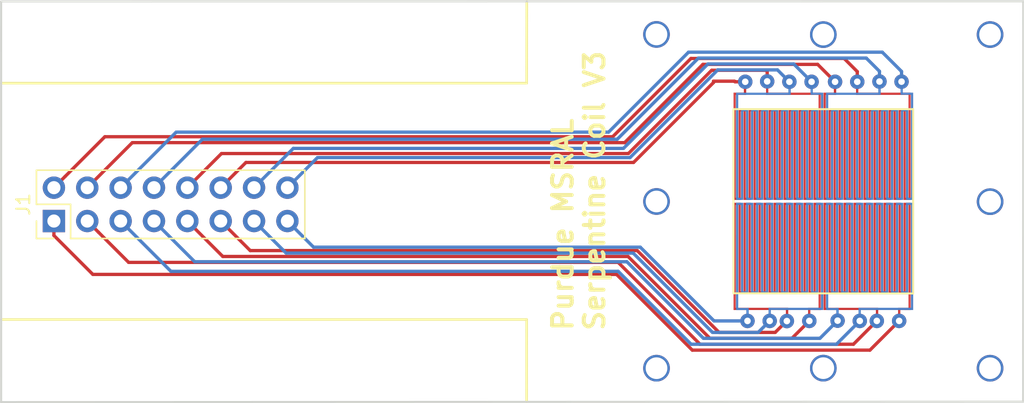
<source format=kicad_pcb>
(kicad_pcb (version 20171130) (host pcbnew "(5.1.4)-1")

  (general
    (thickness 1.6)
    (drawings 13)
    (tracks 100)
    (zones 0)
    (modules 3)
    (nets 17)
  )

  (page A4)
  (layers
    (0 F.Cu signal)
    (31 B.Cu signal)
    (32 B.Adhes user)
    (33 F.Adhes user)
    (34 B.Paste user)
    (35 F.Paste user)
    (36 B.SilkS user)
    (37 F.SilkS user)
    (38 B.Mask user)
    (39 F.Mask user)
    (40 Dwgs.User user)
    (41 Cmts.User user)
    (42 Eco1.User user)
    (43 Eco2.User user)
    (44 Edge.Cuts user)
    (45 Margin user)
    (46 B.CrtYd user)
    (47 F.CrtYd user)
    (48 B.Fab user)
    (49 F.Fab user)
  )

  (setup
    (last_trace_width 0.25)
    (trace_clearance 0.2)
    (zone_clearance 0.508)
    (zone_45_only no)
    (trace_min 0.2)
    (via_size 0.8)
    (via_drill 0.4)
    (via_min_size 0.4)
    (via_min_drill 0.3)
    (uvia_size 0.3)
    (uvia_drill 0.1)
    (uvias_allowed no)
    (uvia_min_size 0.2)
    (uvia_min_drill 0.1)
    (edge_width 0.15)
    (segment_width 0.05)
    (pcb_text_width 0.3)
    (pcb_text_size 1.5 1.5)
    (mod_edge_width 0.15)
    (mod_text_size 1 1)
    (mod_text_width 0.15)
    (pad_size 1.1 1.1)
    (pad_drill 0.5)
    (pad_to_mask_clearance 0.2)
    (aux_axis_origin 0 0)
    (visible_elements 7FFFFFFF)
    (pcbplotparams
      (layerselection 0x010fc_ffffffff)
      (usegerberextensions false)
      (usegerberattributes false)
      (usegerberadvancedattributes false)
      (creategerberjobfile false)
      (excludeedgelayer true)
      (linewidth 0.100000)
      (plotframeref false)
      (viasonmask false)
      (mode 1)
      (useauxorigin false)
      (hpglpennumber 1)
      (hpglpenspeed 20)
      (hpglpendiameter 15.000000)
      (psnegative false)
      (psa4output false)
      (plotreference true)
      (plotvalue true)
      (plotinvisibletext false)
      (padsonsilk false)
      (subtractmaskfromsilk false)
      (outputformat 1)
      (mirror false)
      (drillshape 1)
      (scaleselection 1)
      (outputdirectory ""))
  )

  (net 0 "")
  (net 1 L1_7)
  (net 2 L1_8)
  (net 3 L1_5)
  (net 4 L1_6)
  (net 5 L1_3)
  (net 6 L1_4)
  (net 7 L1_1)
  (net 8 L1_2)
  (net 9 L2_7)
  (net 10 L2_8)
  (net 11 L2_5)
  (net 12 L2_6)
  (net 13 L2_3)
  (net 14 L2_4)
  (net 15 L2_1)
  (net 16 L2_2)

  (net_class Default "This is the default net class."
    (clearance 0.2)
    (trace_width 0.25)
    (via_dia 0.8)
    (via_drill 0.4)
    (uvia_dia 0.3)
    (uvia_drill 0.1)
    (add_net L1_1)
    (add_net L1_2)
    (add_net L1_3)
    (add_net L1_4)
    (add_net L1_5)
    (add_net L1_6)
    (add_net L1_7)
    (add_net L1_8)
    (add_net L2_1)
    (add_net L2_2)
    (add_net L2_3)
    (add_net L2_4)
    (add_net L2_5)
    (add_net L2_6)
    (add_net L2_7)
    (add_net L2_8)
  )

  (module Coil_Footprints:SCoil_L1_9mils_manual (layer F.Cu) (tedit 5BAA34B0) (tstamp 5BA9F992)
    (at 152.4346 87.50568 180)
    (path /5BA117ED)
    (fp_text reference L1 (at -0.11 11.76 180) (layer F.SilkS) hide
      (effects (font (size 1.524 1.524) (thickness 0.3)))
    )
    (fp_text value Coil_9mils (at -0.05 -13.64 180) (layer F.SilkS) hide
      (effects (font (size 1.524 1.524) (thickness 0.3)))
    )
    (fp_poly (pts (xy -6.26745 6.864349) (xy -6.154208 6.865477) (xy -6.040966 6.866604) (xy -6.040966 3.492569)
      (xy -6.040967 0.118533) (xy -5.507566 0.118533) (xy -5.507566 6.866466) (xy -5.278967 6.866466)
      (xy -5.278967 0.118533) (xy -4.745566 0.118533) (xy -4.745566 6.866466) (xy -4.516966 6.866466)
      (xy -4.516966 0.118533) (xy -3.983566 0.118533) (xy -3.983566 6.866466) (xy -3.754966 6.866466)
      (xy -3.754966 0.118533) (xy -3.221567 0.118533) (xy -3.221567 6.866466) (xy -2.992967 6.866466)
      (xy -2.992967 0.118533) (xy -2.459566 0.118533) (xy -2.459566 6.866604) (xy -2.346325 6.865477)
      (xy -2.233083 6.864349) (xy -2.233083 0.118533) (xy -1.699683 0.118533) (xy -1.699683 6.864349)
      (xy -1.586441 6.865477) (xy -1.4732 6.866604) (xy -1.4732 0.118533) (xy -0.9398 0.118533)
      (xy -0.9398 6.866466) (xy -0.7112 6.866466) (xy -0.7112 0.118533) (xy -0.1778 0.118533)
      (xy -0.1778 8.276166) (xy -0.9652 8.276166) (xy -0.9652 8.626789) (xy -0.947653 8.629753)
      (xy -0.918874 8.636658) (xy -0.885881 8.647929) (xy -0.850977 8.662526) (xy -0.816466 8.679413)
      (xy -0.784653 8.697552) (xy -0.759883 8.71435) (xy -0.709542 8.757268) (xy -0.666007 8.804815)
      (xy -0.62944 8.856382) (xy -0.600003 8.911363) (xy -0.577855 8.969147) (xy -0.563159 9.029127)
      (xy -0.556075 9.090695) (xy -0.556764 9.153242) (xy -0.565387 9.21616) (xy -0.582106 9.27884)
      (xy -0.598864 9.3226) (xy -0.62514 9.37325) (xy -0.658693 9.421658) (xy -0.698413 9.466729)
      (xy -0.743189 9.507365) (xy -0.791908 9.542471) (xy -0.84346 9.570951) (xy -0.856592 9.576877)
      (xy -0.916763 9.598266) (xy -0.979184 9.611743) (xy -1.042935 9.617248) (xy -1.107098 9.614721)
      (xy -1.170756 9.604103) (xy -1.191683 9.59876) (xy -1.222552 9.588424) (xy -1.256828 9.574047)
      (xy -1.291624 9.557043) (xy -1.324057 9.538829) (xy -1.351242 9.52082) (xy -1.35255 9.519847)
      (xy -1.401544 9.477954) (xy -1.444619 9.43043) (xy -1.4813 9.37805) (xy -1.51111 9.321584)
      (xy -1.533575 9.261805) (xy -1.547645 9.202848) (xy -1.551917 9.16662) (xy -1.553355 9.125691)
      (xy -1.552077 9.083044) (xy -1.548201 9.041665) (xy -1.541844 9.004537) (xy -1.539448 8.994588)
      (xy -1.519068 8.932758) (xy -1.49151 8.874999) (xy -1.457262 8.821791) (xy -1.416812 8.773613)
      (xy -1.370649 8.730946) (xy -1.319262 8.694267) (xy -1.263139 8.664057) (xy -1.202768 8.640795)
      (xy -1.169458 8.631506) (xy -1.1303 8.621964) (xy -1.1303 8.123766) (xy -0.3302 8.123766)
      (xy -0.3302 0.270933) (xy -0.5588 0.270933) (xy -0.5588 7.018866) (xy -1.0922 7.018866)
      (xy -1.0922 0.270933) (xy -1.320984 0.270933) (xy -1.320704 3.643841) (xy -1.320425 7.016749)
      (xy -1.587312 7.017839) (xy -1.8542 7.018929) (xy -1.8542 0.270933) (xy -2.078566 0.270933)
      (xy -2.078566 7.018929) (xy -2.345454 7.017839) (xy -2.612341 7.016749) (xy -2.611783 0.270933)
      (xy -2.840567 0.270933) (xy -2.840567 7.018866) (xy -3.373967 7.018866) (xy -3.373967 0.270933)
      (xy -3.602567 0.270933) (xy -3.602567 7.018866) (xy -4.135966 7.018866) (xy -4.135966 0.270933)
      (xy -4.364566 0.270933) (xy -4.364566 7.018866) (xy -4.897967 7.018866) (xy -4.897967 0.270933)
      (xy -5.126567 0.270933) (xy -5.126567 7.018866) (xy -5.659966 7.018866) (xy -5.659966 0.270933)
      (xy -5.88875 0.270933) (xy -5.888192 7.016749) (xy -6.155079 7.017839) (xy -6.421967 7.018929)
      (xy -6.421967 3.644931) (xy -6.421966 0.270933) (xy -6.646333 0.270933) (xy -6.646333 8.119867)
      (xy -4.6482 8.118641) (xy -2.650066 8.117416) (xy -2.650066 8.626789) (xy -2.63252 8.629753)
      (xy -2.611595 8.634634) (xy -2.585888 8.642679) (xy -2.558019 8.65294) (xy -2.530608 8.664473)
      (xy -2.512483 8.673105) (xy -2.45774 8.705479) (xy -2.407951 8.744366) (xy -2.363616 8.789079)
      (xy -2.32524 8.838931) (xy -2.293323 8.893233) (xy -2.268368 8.951296) (xy -2.250876 9.012434)
      (xy -2.24597 9.038282) (xy -2.239782 9.10167) (xy -2.241626 9.163912) (xy -2.251091 9.224452)
      (xy -2.267762 9.282733) (xy -2.291226 9.338199) (xy -2.321071 9.390293) (xy -2.356883 9.438461)
      (xy -2.39825 9.482144) (xy -2.444757 9.520788) (xy -2.495992 9.553835) (xy -2.551542 9.580729)
      (xy -2.610994 9.600915) (xy -2.67335 9.613752) (xy -2.688895 9.61535) (xy -2.708869 9.616548)
      (xy -2.730909 9.617304) (xy -2.752648 9.617572) (xy -2.771723 9.61731) (xy -2.785768 9.616472)
      (xy -2.789766 9.615907) (xy -2.796859 9.614654) (xy -2.809703 9.612498) (xy -2.825689 9.609877)
      (xy -2.827867 9.609524) (xy -2.885867 9.595955) (xy -2.942685 9.574468) (xy -2.997288 9.545608)
      (xy -3.048642 9.509924) (xy -3.095715 9.467962) (xy -3.096113 9.46756) (xy -3.137502 9.419949)
      (xy -3.17192 9.368192) (xy -3.199296 9.313053) (xy -3.219557 9.255296) (xy -3.232629 9.195686)
      (xy -3.238441 9.134986) (xy -3.236919 9.073961) (xy -3.227992 9.013374) (xy -3.211585 8.953991)
      (xy -3.187627 8.896575) (xy -3.156046 8.84189) (xy -3.155662 8.841316) (xy -3.116242 8.789927)
      (xy -3.070908 8.744356) (xy -3.020275 8.70503) (xy -2.964958 8.672379) (xy -2.905574 8.646831)
      (xy -2.854325 8.631496) (xy -2.815167 8.621964) (xy -2.815167 8.276166) (xy -6.798733 8.276166)
      (xy -6.798733 4.312337) (xy -6.798736 4.12864) (xy -6.798745 3.946782) (xy -6.79876 3.766955)
      (xy -6.79878 3.589352) (xy -6.798806 3.414165) (xy -6.798837 3.241587) (xy -6.798873 3.07181)
      (xy -6.798914 2.905027) (xy -6.798961 2.741429) (xy -6.799012 2.581211) (xy -6.799068 2.424563)
      (xy -6.799128 2.271679) (xy -6.799193 2.12275) (xy -6.799262 1.97797) (xy -6.799335 1.837531)
      (xy -6.799413 1.701625) (xy -6.799494 1.570445) (xy -6.799579 1.444182) (xy -6.799668 1.323031)
      (xy -6.79976 1.207182) (xy -6.799855 1.096829) (xy -6.799954 0.992164) (xy -6.800056 0.893379)
      (xy -6.800161 0.800667) (xy -6.800269 0.71422) (xy -6.800379 0.634231) (xy -6.800492 0.560892)
      (xy -6.800607 0.494396) (xy -6.800725 0.434935) (xy -6.800845 0.382701) (xy -6.800967 0.337888)
      (xy -6.801091 0.300687) (xy -6.801217 0.27129) (xy -6.801344 0.249891) (xy -6.801473 0.236682)
      (xy -6.80153 0.233521) (xy -6.804327 0.118533) (xy -6.26745 0.118533) (xy -6.26745 6.864349)) (layer F.Cu) (width 0.01))
    (fp_poly (pts (xy 0.5842 6.866466) (xy 0.8128 6.866466) (xy 0.8128 0.118533) (xy 1.3462 0.118533)
      (xy 1.3462 6.866604) (xy 1.459442 6.865477) (xy 1.572684 6.864349) (xy 1.572684 0.118533)
      (xy 2.1082 0.118533) (xy 2.1082 6.866466) (xy 2.332567 6.866466) (xy 2.332567 0.118533)
      (xy 2.868084 0.118533) (xy 2.866931 3.492499) (xy 2.865778 6.866466) (xy 3.094567 6.866466)
      (xy 3.094567 0.118533) (xy 3.627967 0.118533) (xy 3.627967 6.866466) (xy 3.856567 6.866466)
      (xy 3.856567 0.118533) (xy 4.389967 0.118533) (xy 4.389967 6.866466) (xy 4.618567 6.866466)
      (xy 4.618567 0.118533) (xy 5.151967 0.118533) (xy 5.151967 6.866466) (xy 5.380567 6.866466)
      (xy 5.380567 0.118533) (xy 5.913967 0.118533) (xy 5.913967 6.866604) (xy 6.027208 6.865477)
      (xy 6.14045 6.864349) (xy 6.14045 0.118533) (xy 6.675967 0.118533) (xy 6.675967 8.276166)
      (xy 5.888567 8.276166) (xy 5.888567 8.625985) (xy 5.919259 8.633247) (xy 5.975774 8.650862)
      (xy 6.030224 8.676108) (xy 6.081754 8.708236) (xy 6.129508 8.746498) (xy 6.172634 8.790145)
      (xy 6.210276 8.838428) (xy 6.241581 8.890599) (xy 6.260597 8.93236) (xy 6.271646 8.961826)
      (xy 6.279916 8.98809) (xy 6.285771 9.0133) (xy 6.289575 9.039604) (xy 6.291692 9.069147)
      (xy 6.292486 9.104078) (xy 6.292513 9.120716) (xy 6.292346 9.149677) (xy 6.291909 9.171995)
      (xy 6.291027 9.189492) (xy 6.289524 9.203991) (xy 6.287225 9.217315) (xy 6.283956 9.231285)
      (xy 6.280706 9.243483) (xy 6.259905 9.304011) (xy 6.231617 9.361903) (xy 6.196598 9.415861)
      (xy 6.1556 9.464588) (xy 6.14739 9.472956) (xy 6.09922 9.515108) (xy 6.047082 9.550116)
      (xy 5.991671 9.577904) (xy 5.93368 9.598396) (xy 5.873805 9.611515) (xy 5.81274 9.617185)
      (xy 5.751179 9.615329) (xy 5.689817 9.605871) (xy 5.629349 9.588735) (xy 5.570468 9.563844)
      (xy 5.529277 9.540973) (xy 5.502862 9.522458) (xy 5.474127 9.498483) (xy 5.444958 9.47094)
      (xy 5.41724 9.441717) (xy 5.392859 9.412704) (xy 5.373699 9.38579) (xy 5.372422 9.383742)
      (xy 5.345585 9.33373) (xy 5.323348 9.278995) (xy 5.308417 9.228666) (xy 5.304483 9.211221)
      (xy 5.30173 9.194943) (xy 5.299964 9.177652) (xy 5.298989 9.157163) (xy 5.298611 9.131293)
      (xy 5.298582 9.1186) (xy 5.29903 9.083726) (xy 5.300624 9.054741) (xy 5.303756 9.029099)
      (xy 5.308813 9.004258) (xy 5.316186 8.977671) (xy 5.323742 8.954246) (xy 5.34698 8.898061)
      (xy 5.37751 8.84518) (xy 5.414586 8.796254) (xy 5.457459 8.751933) (xy 5.505381 8.712868)
      (xy 5.557606 8.679711) (xy 5.613386 8.65311) (xy 5.671972 8.633719) (xy 5.699125 8.627503)
      (xy 5.723467 8.622699) (xy 5.723467 8.123766) (xy 6.523567 8.123766) (xy 6.523567 0.270933)
      (xy 6.294967 0.270933) (xy 6.294967 7.018929) (xy 6.028079 7.017839) (xy 5.761192 7.016749)
      (xy 5.761471 3.643841) (xy 5.761751 0.270933) (xy 5.532967 0.270933) (xy 5.532967 7.018866)
      (xy 4.999567 7.018866) (xy 4.999567 0.270933) (xy 4.770967 0.270933) (xy 4.770967 7.018866)
      (xy 4.237567 7.018866) (xy 4.237567 0.270933) (xy 4.008967 0.270933) (xy 4.008967 7.018866)
      (xy 3.475567 7.018866) (xy 3.475567 0.270933) (xy 3.246967 0.270933) (xy 3.246967 7.018866)
      (xy 2.713567 7.018866) (xy 2.713567 0.270933) (xy 2.484778 0.270933) (xy 2.485931 3.6449)
      (xy 2.487084 7.018866) (xy 1.951567 7.018866) (xy 1.951567 0.270933) (xy 1.7272 0.270933)
      (xy 1.7272 7.018929) (xy 1.460313 7.017839) (xy 1.193425 7.016749) (xy 1.193705 3.643841)
      (xy 1.193984 0.270933) (xy 0.9652 0.270933) (xy 0.9652 7.018866) (xy 0.4318 7.018866)
      (xy 0.4318 0.270933) (xy 0.2032 0.270933) (xy 0.2032 8.119865) (xy 4.201584 8.118861)
      (xy 4.201584 8.624549) (xy 4.239597 8.634658) (xy 4.300797 8.655141) (xy 4.357729 8.682619)
      (xy 4.409973 8.716543) (xy 4.457111 8.756365) (xy 4.498724 8.801539) (xy 4.534391 8.851517)
      (xy 4.563695 8.905752) (xy 4.586217 8.963695) (xy 4.601536 9.024801) (xy 4.609234 9.088521)
      (xy 4.6101 9.1186) (xy 4.606044 9.183644) (xy 4.594127 9.246215) (xy 4.574727 9.305789)
      (xy 4.548223 9.361843) (xy 4.514993 9.413853) (xy 4.475416 9.461296) (xy 4.42987 9.503649)
      (xy 4.378732 9.540388) (xy 4.322382 9.570989) (xy 4.267264 9.592938) (xy 4.219678 9.605709)
      (xy 4.16798 9.614009) (xy 4.115208 9.617562) (xy 4.0644 9.616094) (xy 4.041076 9.613448)
      (xy 3.978657 9.600149) (xy 3.918877 9.579112) (xy 3.862427 9.550838) (xy 3.810001 9.51583)
      (xy 3.76229 9.474589) (xy 3.719987 9.427616) (xy 3.683786 9.375415) (xy 3.664812 9.34085)
      (xy 3.639775 9.281433) (xy 3.622794 9.220651) (xy 3.613708 9.159177) (xy 3.612355 9.097685)
      (xy 3.618574 9.036848) (xy 3.632204 8.977339) (xy 3.653083 8.919831) (xy 3.681049 8.864999)
      (xy 3.715942 8.813516) (xy 3.7576 8.766054) (xy 3.805861 8.723288) (xy 3.814388 8.716774)
      (xy 3.856127 8.689252) (xy 3.902768 8.664883) (xy 3.95153 8.644912) (xy 3.99963 8.630583)
      (xy 4.014259 8.627424) (xy 4.0386 8.622699) (xy 4.0386 8.276166) (xy 0.0508 8.276166)
      (xy 0.0508 0.118533) (xy 0.5842 0.118533) (xy 0.5842 6.866466)) (layer F.Cu) (width 0.01))
    (fp_poly (pts (xy -4.170733 -9.605136) (xy -4.157249 -9.60313) (xy -4.095317 -9.589177) (xy -4.037259 -9.567931)
      (xy -3.982638 -9.539162) (xy -3.931015 -9.502645) (xy -3.885671 -9.461886) (xy -3.842988 -9.413668)
      (xy -3.807574 -9.361774) (xy -3.77944 -9.306884) (xy -3.758597 -9.249681) (xy -3.745056 -9.190847)
      (xy -3.738827 -9.131064) (xy -3.739922 -9.071013) (xy -3.748351 -9.011377) (xy -3.764125 -8.952837)
      (xy -3.787255 -8.896075) (xy -3.817752 -8.841773) (xy -3.855626 -8.790614) (xy -3.874675 -8.769227)
      (xy -3.922534 -8.723906) (xy -3.973603 -8.686335) (xy -4.028317 -8.656264) (xy -4.087108 -8.633446)
      (xy -4.132791 -8.621238) (xy -4.1656 -8.613984) (xy -4.1656 -8.2677) (xy -0.1778 -8.2677)
      (xy -0.1778 -0.110067) (xy -0.7112 -0.110067) (xy -0.7112 -6.858) (xy -0.9398 -6.858)
      (xy -0.9398 -0.110067) (xy -1.4732 -0.110067) (xy -1.4732 -6.858) (xy -1.587594 -6.858001)
      (xy -1.701989 -6.858001) (xy -1.699683 -0.110067) (xy -2.233083 -0.110067) (xy -2.233083 -6.855884)
      (xy -2.346325 -6.857011) (xy -2.459566 -6.858139) (xy -2.459566 -0.110067) (xy -2.995083 -0.110067)
      (xy -2.993933 -3.484034) (xy -2.992782 -6.858) (xy -3.221567 -6.858) (xy -3.221567 -0.110067)
      (xy -3.754966 -0.110067) (xy -3.754966 -6.858) (xy -3.983566 -6.858) (xy -3.983566 -0.110067)
      (xy -4.516966 -0.110067) (xy -4.516966 -6.858) (xy -4.745566 -6.858) (xy -4.745566 -0.110067)
      (xy -5.278967 -0.110067) (xy -5.278967 -6.858) (xy -5.507566 -6.858) (xy -5.507566 -0.110067)
      (xy -6.040967 -0.110067) (xy -6.040967 -6.858) (xy -6.269755 -6.858) (xy -6.268603 -3.484034)
      (xy -6.26745 -0.110067) (xy -6.80085 -0.110067) (xy -6.798892 -8.269817) (xy -6.407229 -8.268201)
      (xy -6.015567 -8.266586) (xy -6.015567 -8.618394) (xy -6.029325 -8.621142) (xy -6.05155 -8.626765)
      (xy -6.07819 -8.635311) (xy -6.106207 -8.645691) (xy -6.132561 -8.656814) (xy -6.144683 -8.66257)
      (xy -6.201673 -8.695579) (xy -6.252911 -8.73471) (xy -6.298135 -8.779638) (xy -6.337081 -8.830041)
      (xy -6.369487 -8.885592) (xy -6.395091 -8.945968) (xy -6.40788 -8.987345) (xy -6.414627 -9.020161)
      (xy -6.419196 -9.058309) (xy -6.42147 -9.098908) (xy -6.421332 -9.139079) (xy -6.418663 -9.17594)
      (xy -6.416265 -9.192684) (xy -6.401263 -9.255281) (xy -6.379077 -9.314136) (xy -6.35027 -9.368845)
      (xy -6.315404 -9.419007) (xy -6.275042 -9.464219) (xy -6.229748 -9.504079) (xy -6.180084 -9.538184)
      (xy -6.126613 -9.566132) (xy -6.069899 -9.58752) (xy -6.010503 -9.601946) (xy -5.948989 -9.609008)
      (xy -5.885921 -9.608302) (xy -5.842116 -9.60313) (xy -5.780395 -9.589) (xy -5.722019 -9.567504)
      (xy -5.667455 -9.53922) (xy -5.61717 -9.504725) (xy -5.571631 -9.464596) (xy -5.531305 -9.419409)
      (xy -5.496659 -9.36974) (xy -5.468161 -9.316168) (xy -5.446276 -9.259268) (xy -5.431471 -9.199618)
      (xy -5.424215 -9.137795) (xy -5.424174 -9.08685) (xy -5.431423 -9.021079) (xy -5.44626 -8.959041)
      (xy -5.468743 -8.900602) (xy -5.498931 -8.845627) (xy -5.53688 -8.793981) (xy -5.560437 -8.767621)
      (xy -5.609005 -8.722348) (xy -5.661236 -8.684692) (xy -5.717292 -8.654562) (xy -5.777331 -8.631866)
      (xy -5.817658 -8.621258) (xy -5.850466 -8.613984) (xy -5.850466 -8.1153) (xy -6.646333 -8.1153)
      (xy -6.646333 -0.262467) (xy -6.421966 -0.262467) (xy -6.421966 -7.010464) (xy -5.888192 -7.008284)
      (xy -5.888471 -3.635375) (xy -5.88875 -0.262467) (xy -5.659966 -0.262467) (xy -5.659966 -7.0104)
      (xy -5.126567 -7.0104) (xy -5.126567 -0.262467) (xy -4.897967 -0.262467) (xy -4.897967 -7.0104)
      (xy -4.364566 -7.0104) (xy -4.364566 -0.262467) (xy -4.135966 -0.262467) (xy -4.135966 -7.0104)
      (xy -3.602567 -7.0104) (xy -3.602567 -0.262467) (xy -3.373967 -0.262467) (xy -3.373967 -7.0104)
      (xy -2.840567 -7.0104) (xy -2.840567 -0.262467) (xy -2.611778 -0.262467) (xy -2.61293 -3.636434)
      (xy -2.614083 -7.010401) (xy -2.346325 -7.010401) (xy -2.078566 -7.0104) (xy -2.078566 -0.262467)
      (xy -1.8542 -0.262467) (xy -1.8542 -7.0104) (xy -1.586441 -7.010401) (xy -1.318683 -7.010401)
      (xy -1.320989 -0.262467) (xy -1.0922 -0.262467) (xy -1.0922 -7.0104) (xy -0.5588 -7.0104)
      (xy -0.5588 -0.262467) (xy -0.3302 -0.262467) (xy -0.3302 -8.111392) (xy -2.329391 -8.110902)
      (xy -4.328583 -8.110412) (xy -4.328583 -8.616599) (xy -4.3434 -8.620416) (xy -4.407148 -8.640151)
      (xy -4.464783 -8.665113) (xy -4.517218 -8.695804) (xy -4.565366 -8.732726) (xy -4.59114 -8.756651)
      (xy -4.634619 -8.805355) (xy -4.670507 -8.857784) (xy -4.698747 -8.913803) (xy -4.719285 -8.973277)
      (xy -4.732065 -9.036069) (xy -4.737031 -9.102046) (xy -4.7371 -9.110995) (xy -4.733101 -9.174896)
      (xy -4.721446 -9.236135) (xy -4.702647 -9.294276) (xy -4.677215 -9.348885) (xy -4.645663 -9.399527)
      (xy -4.608502 -9.445769) (xy -4.566245 -9.487175) (xy -4.519402 -9.523312) (xy -4.468487 -9.553744)
      (xy -4.414011 -9.578038) (xy -4.356485 -9.595758) (xy -4.296423 -9.606471) (xy -4.234335 -9.609742)
      (xy -4.170733 -9.605136)) (layer F.Cu) (width 0.01))
    (fp_poly (pts (xy 0.977382 -9.60741) (xy 0.997228 -9.605127) (xy 1.053368 -9.593539) (xy 1.109141 -9.574833)
      (xy 1.163083 -9.549804) (xy 1.213728 -9.519246) (xy 1.259609 -9.483952) (xy 1.299263 -9.444715)
      (xy 1.304346 -9.43882) (xy 1.34437 -9.385955) (xy 1.376201 -9.331662) (xy 1.400075 -9.275302)
      (xy 1.416227 -9.216235) (xy 1.424894 -9.153823) (xy 1.426634 -9.10793) (xy 1.422528 -9.043543)
      (xy 1.41046 -8.981248) (xy 1.390801 -8.921647) (xy 1.363922 -8.865342) (xy 1.330194 -8.812934)
      (xy 1.28999 -8.765025) (xy 1.243681 -8.722217) (xy 1.191638 -8.685112) (xy 1.15168 -8.662694)
      (xy 1.132751 -8.654095) (xy 1.10932 -8.644818) (xy 1.084145 -8.635828) (xy 1.059986 -8.62809)
      (xy 1.0396 -8.622569) (xy 1.032933 -8.621162) (xy 1.026727 -8.620295) (xy 1.021446 -8.619732)
      (xy 1.017014 -8.618835) (xy 1.013359 -8.616966) (xy 1.010406 -8.613485) (xy 1.008083 -8.607754)
      (xy 1.006314 -8.599136) (xy 1.005027 -8.586991) (xy 1.004148 -8.570682) (xy 1.003602 -8.549569)
      (xy 1.003316 -8.523015) (xy 1.003217 -8.49038) (xy 1.003229 -8.451027) (xy 1.003281 -8.404317)
      (xy 1.0033 -8.364782) (xy 1.0033 -8.1153) (xy 0.2032 -8.1153) (xy 0.2032 -0.262467)
      (xy 0.4318 -0.262467) (xy 0.4318 -7.0104) (xy 0.9652 -7.0104) (xy 0.9652 -0.262467)
      (xy 1.193984 -0.262467) (xy 1.193705 -3.635375) (xy 1.193425 -7.008284) (xy 1.460313 -7.009374)
      (xy 1.7272 -7.010464) (xy 1.7272 -0.262467) (xy 1.951567 -0.262467) (xy 1.951567 -7.0104)
      (xy 2.219325 -7.010401) (xy 2.487084 -7.010401) (xy 2.484778 -0.262467) (xy 2.713567 -0.262467)
      (xy 2.713567 -7.0104) (xy 3.246967 -7.0104) (xy 3.246967 -0.262467) (xy 3.475567 -0.262467)
      (xy 3.475567 -7.0104) (xy 4.008967 -7.0104) (xy 4.008967 -0.262467) (xy 4.237567 -0.262467)
      (xy 4.237567 -7.0104) (xy 4.770967 -7.0104) (xy 4.770967 -0.262467) (xy 4.999567 -0.262467)
      (xy 4.999567 -7.0104) (xy 5.532967 -7.0104) (xy 5.532967 -0.262467) (xy 5.761751 -0.262467)
      (xy 5.761471 -3.635375) (xy 5.761192 -7.008284) (xy 6.028079 -7.009374) (xy 6.294967 -7.010464)
      (xy 6.294967 -0.262467) (xy 6.523571 -0.262467) (xy 6.522511 -4.185709) (xy 6.52145 -8.10895)
      (xy 2.523066 -8.10895) (xy 2.523067 -8.364009) (xy 2.523042 -8.417816) (xy 2.522959 -8.463743)
      (xy 2.522803 -8.502374) (xy 2.522562 -8.534295) (xy 2.522223 -8.560092) (xy 2.52177 -8.58035)
      (xy 2.521192 -8.595655) (xy 2.520474 -8.606592) (xy 2.519603 -8.613747) (xy 2.518566 -8.617705)
      (xy 2.517348 -8.619053) (xy 2.51719 -8.619067) (xy 2.506234 -8.620673) (xy 2.489446 -8.625055)
      (xy 2.468734 -8.631561) (xy 2.446007 -8.63954) (xy 2.423175 -8.648338) (xy 2.402146 -8.657303)
      (xy 2.393669 -8.661272) (xy 2.339397 -8.692158) (xy 2.289347 -8.729755) (xy 2.244252 -8.773226)
      (xy 2.204847 -8.821733) (xy 2.171867 -8.874437) (xy 2.146046 -8.930501) (xy 2.13817 -8.952801)
      (xy 2.128676 -8.984355) (xy 2.121992 -9.012722) (xy 2.117706 -9.0407) (xy 2.115407 -9.071085)
      (xy 2.114682 -9.106674) (xy 2.114682 -9.11225) (xy 2.116542 -9.162952) (xy 2.122262 -9.208348)
      (xy 2.132388 -9.250925) (xy 2.147469 -9.293168) (xy 2.161288 -9.323917) (xy 2.178481 -9.357365)
      (xy 2.195866 -9.386044) (xy 2.215249 -9.412468) (xy 2.238437 -9.439153) (xy 2.260305 -9.461744)
      (xy 2.303391 -9.501133) (xy 2.346914 -9.533244) (xy 2.392597 -9.559167) (xy 2.442163 -9.579993)
      (xy 2.453333 -9.583856) (xy 2.515136 -9.600285) (xy 2.576895 -9.608611) (xy 2.638031 -9.609181)
      (xy 2.697966 -9.602342) (xy 2.756121 -9.58844) (xy 2.811916 -9.567824) (xy 2.864775 -9.540839)
      (xy 2.914118 -9.507832) (xy 2.959366 -9.469151) (xy 2.999941 -9.425142) (xy 3.035264 -9.376152)
      (xy 3.064757 -9.322528) (xy 3.087841 -9.264618) (xy 3.103937 -9.202767) (xy 3.105799 -9.192684)
      (xy 3.109816 -9.158651) (xy 3.111243 -9.119835) (xy 3.110197 -9.079113) (xy 3.106796 -9.039362)
      (xy 3.101157 -9.00346) (xy 3.097406 -8.987367) (xy 3.076316 -8.92407) (xy 3.048246 -8.865363)
      (xy 3.013469 -8.811582) (xy 2.972256 -8.763061) (xy 2.92488 -8.720137) (xy 2.871611 -8.683145)
      (xy 2.834217 -8.66257) (xy 2.809769 -8.651405) (xy 2.782335 -8.640549) (xy 2.754811 -8.631033)
      (xy 2.730098 -8.623888) (xy 2.7178 -8.621163) (xy 2.710481 -8.620057) (xy 2.704466 -8.619174)
      (xy 2.69963 -8.617744) (xy 2.695844 -8.614993) (xy 2.692983 -8.61015) (xy 2.690919 -8.602444)
      (xy 2.689525 -8.591101) (xy 2.688674 -8.575351) (xy 2.688239 -8.55442) (xy 2.688094 -8.527538)
      (xy 2.688111 -8.493932) (xy 2.688163 -8.452831) (xy 2.688167 -8.440982) (xy 2.688167 -8.2677)
      (xy 6.675967 -8.2677) (xy 6.675967 -0.110067) (xy 6.14045 -0.110067) (xy 6.141603 -3.484034)
      (xy 6.142756 -6.858) (xy 5.913967 -6.858) (xy 5.913967 -0.110067) (xy 5.380567 -0.110067)
      (xy 5.380567 -6.858) (xy 5.151967 -6.858) (xy 5.151967 -0.110067) (xy 4.618567 -0.110067)
      (xy 4.618567 -6.858) (xy 4.389967 -6.858) (xy 4.389967 -0.110067) (xy 3.856567 -0.110067)
      (xy 3.856567 -6.858) (xy 3.627967 -6.858) (xy 3.627967 -0.110067) (xy 3.094567 -0.110067)
      (xy 3.094567 -6.858) (xy 2.865778 -6.858) (xy 2.866931 -3.484034) (xy 2.868084 -0.110067)
      (xy 2.332567 -0.110067) (xy 2.332567 -6.858) (xy 2.1082 -6.858) (xy 2.1082 -0.110067)
      (xy 1.572684 -0.110067) (xy 1.573836 -3.484034) (xy 1.574989 -6.858001) (xy 1.460595 -6.858001)
      (xy 1.3462 -6.858) (xy 1.3462 -0.110067) (xy 0.8128 -0.110067) (xy 0.8128 -6.858)
      (xy 0.5842 -6.858) (xy 0.5842 -0.110067) (xy 0.0508 -0.110067) (xy 0.0508 -8.270512)
      (xy 0.8382 -8.266542) (xy 0.8382 -8.61772) (xy 0.813858 -8.62313) (xy 0.770593 -8.635599)
      (xy 0.725237 -8.653785) (xy 0.680473 -8.676409) (xy 0.638981 -8.702192) (xy 0.62184 -8.714677)
      (xy 0.6091 -8.725397) (xy 0.592978 -8.74029) (xy 0.575735 -8.757213) (xy 0.562573 -8.770857)
      (xy 0.521656 -8.820516) (xy 0.488012 -8.874011) (xy 0.461751 -8.930669) (xy 0.44298 -8.989818)
      (xy 0.431806 -9.050785) (xy 0.428338 -9.112896) (xy 0.432684 -9.17548) (xy 0.444952 -9.237863)
      (xy 0.465249 -9.299372) (xy 0.474351 -9.320748) (xy 0.499958 -9.368271) (xy 0.532807 -9.414495)
      (xy 0.571675 -9.458179) (xy 0.615337 -9.498076) (xy 0.66257 -9.532945) (xy 0.710439 -9.560684)
      (xy 0.757958 -9.5806) (xy 0.810485 -9.595552) (xy 0.865946 -9.605218) (xy 0.922269 -9.609278)
      (xy 0.977382 -9.60741)) (layer F.Cu) (width 0.01))
    (pad 1 thru_hole circle (at -5.93 -9.1 180) (size 1.1 1.1) (drill 0.5) (layers *.Cu *.Mask)
      (net 7 L1_1))
    (pad 2 thru_hole circle (at -2.74 9.11 180) (size 1.1 1.1) (drill 0.5) (layers *.Cu *.Mask)
      (net 8 L1_2))
    (pad 3 thru_hole circle (at -4.23 -9.1 180) (size 1.1 1.1) (drill 0.5) (layers *.Cu *.Mask)
      (net 5 L1_3))
    (pad 4 thru_hole circle (at -1.05 9.11 180) (size 1.1 1.1) (drill 0.5) (layers *.Cu *.Mask)
      (net 6 L1_4))
    (pad 5 thru_hole circle (at 0.91 -9.1 180) (size 1.1 1.1) (drill 0.5) (layers *.Cu *.Mask)
      (net 3 L1_5))
    (pad 6 thru_hole circle (at 4.12 9.14 180) (size 1.1 1.1) (drill 0.5) (layers *.Cu *.Mask)
      (net 4 L1_6))
    (pad 7 thru_hole circle (at 2.62 -9.11 180) (size 1.1 1.1) (drill 0.5) (layers *.Cu *.Mask)
      (net 1 L1_7))
    (pad 8 thru_hole circle (at 5.79 9.11 180) (size 1.1 1.1) (drill 0.5) (layers *.Cu *.Mask)
      (net 2 L1_8))
  )

  (module Coil_Footprints:SCoil_L2_9mils_manual (layer F.Cu) (tedit 5BA9F570) (tstamp 5BA9F9A2)
    (at 152.75654 87.486402 180)
    (path /5BA11876)
    (fp_text reference L2 (at -0.08 -15.79 180) (layer F.SilkS) hide
      (effects (font (size 1.524 1.524) (thickness 0.3)))
    )
    (fp_text value Coil_9mils (at 0.16 -13.26 180) (layer F.SilkS) hide
      (effects (font (size 1.524 1.524) (thickness 0.3)))
    )
    (fp_poly (pts (xy -0.804333 6.8453) (xy -0.575545 6.8453) (xy -0.575833 3.472391) (xy -0.576121 0.099483)
      (xy -0.460569 0.09814) (xy -0.426341 0.097894) (xy -0.385897 0.097854) (xy -0.341483 0.098006)
      (xy -0.295348 0.098337) (xy -0.249738 0.098834) (xy -0.2069 0.099485) (xy -0.195792 0.099691)
      (xy -0.046567 0.102584) (xy -0.046567 8.255) (xy -0.060325 8.255135) (xy -0.065419 8.255144)
      (xy -0.078714 8.255151) (xy -0.099948 8.255156) (xy -0.128854 8.255161) (xy -0.165168 8.255164)
      (xy -0.208625 8.255166) (xy -0.258962 8.255167) (xy -0.315913 8.255167) (xy -0.379213 8.255166)
      (xy -0.448598 8.255163) (xy -0.523804 8.25516) (xy -0.604565 8.255155) (xy -0.690618 8.25515)
      (xy -0.781697 8.255143) (xy -0.877537 8.255135) (xy -0.977875 8.255126) (xy -1.082445 8.255117)
      (xy -1.190984 8.255106) (xy -1.303225 8.255094) (xy -1.418905 8.255082) (xy -1.537759 8.255068)
      (xy -1.659523 8.255054) (xy -1.783931 8.255038) (xy -1.910719 8.255022) (xy -2.039623 8.255005)
      (xy -2.052108 8.255003) (xy -4.030133 8.254736) (xy -4.030133 8.605405) (xy -4.010025 8.608413)
      (xy -3.987669 8.613083) (xy -3.960751 8.62074) (xy -3.932205 8.630426) (xy -3.90496 8.641185)
      (xy -3.892399 8.646829) (xy -3.840189 8.675974) (xy -3.790764 8.712275) (xy -3.745305 8.754577)
      (xy -3.704993 8.801723) (xy -3.671007 8.852555) (xy -3.658036 8.876436) (xy -3.634593 8.931999)
      (xy -3.618219 8.991064) (xy -3.609011 9.052329) (xy -3.607065 9.114494) (xy -3.612478 9.176257)
      (xy -3.625348 9.236316) (xy -3.630087 9.251991) (xy -3.653312 9.310672) (xy -3.683625 9.365526)
      (xy -3.720371 9.415981) (xy -3.762896 9.461462) (xy -3.810548 9.501397) (xy -3.86267 9.535214)
      (xy -3.91861 9.562339) (xy -3.977713 9.582199) (xy -4.01692 9.590836) (xy -4.043344 9.594249)
      (xy -4.074741 9.59638) (xy -4.108195 9.597191) (xy -4.140791 9.596645) (xy -4.169613 9.594704)
      (xy -4.183161 9.592971) (xy -4.244614 9.57903) (xy -4.303855 9.557469) (xy -4.359938 9.52885)
      (xy -4.411922 9.493734) (xy -4.458861 9.452683) (xy -4.499813 9.406257) (xy -4.502111 9.403244)
      (xy -4.537881 9.349254) (xy -4.566125 9.292309) (xy -4.586816 9.233125) (xy -4.599929 9.17242)
      (xy -4.605438 9.110911) (xy -4.603316 9.049312) (xy -4.593538 8.988343) (xy -4.576078 8.928718)
      (xy -4.55091 8.871155) (xy -4.523087 8.823856) (xy -4.483894 8.77248) (xy -4.438704 8.726815)
      (xy -4.388127 8.687275) (xy -4.332773 8.654274) (xy -4.27325 8.628227) (xy -4.210169 8.609549)
      (xy -4.206875 8.608803) (xy -4.195233 8.606205) (xy -4.195233 8.098367) (xy -0.198967 8.098367)
      (xy -0.198967 0.249767) (xy -0.423333 0.249767) (xy -0.423333 6.9977) (xy -0.95885 6.9977)
      (xy -0.95885 0.251883) (xy -1.072091 0.250756) (xy -1.185333 0.249628) (xy -1.185333 6.9977)
      (xy -1.718728 6.9977) (xy -1.719789 3.624791) (xy -1.72085 0.251883) (xy -1.834091 0.250756)
      (xy -1.947333 0.249628) (xy -1.947333 6.9977) (xy -2.480733 6.9977) (xy -2.480733 0.249767)
      (xy -2.709333 0.249767) (xy -2.709333 6.9977) (xy -3.242733 6.9977) (xy -3.242733 0.249767)
      (xy -3.471333 0.249767) (xy -3.471333 6.9977) (xy -4.004733 6.9977) (xy -4.004733 0.249628)
      (xy -4.117975 0.250756) (xy -4.231216 0.251883) (xy -4.231216 6.9977) (xy -4.766733 6.9977)
      (xy -4.766733 0.249767) (xy -4.9911 0.249767) (xy -4.9911 6.9977) (xy -5.526616 6.9977)
      (xy -5.526616 0.251883) (xy -5.639858 0.250756) (xy -5.7531 0.249628) (xy -5.7531 6.9977)
      (xy -6.286495 6.9977) (xy -6.287556 3.624791) (xy -6.288616 0.251883) (xy -6.401858 0.250756)
      (xy -6.5151 0.249628) (xy -6.5151 8.106833) (xy -5.715237 8.106833) (xy -5.717924 8.354352)
      (xy -5.718474 8.407173) (xy -5.718881 8.452137) (xy -5.719137 8.489852) (xy -5.719235 8.520926)
      (xy -5.719166 8.545967) (xy -5.718922 8.565583) (xy -5.718496 8.580383) (xy -5.717879 8.590975)
      (xy -5.717062 8.597966) (xy -5.716039 8.601966) (xy -5.714801 8.603583) (xy -5.71463 8.603648)
      (xy -5.707987 8.605372) (xy -5.695368 8.608453) (xy -5.679046 8.612341) (xy -5.671899 8.614019)
      (xy -5.611517 8.632443) (xy -5.554306 8.658642) (xy -5.500709 8.692378) (xy -5.451216 8.733367)
      (xy -5.405452 8.781881) (xy -5.36724 8.834046) (xy -5.336691 8.889605) (xy -5.31392 8.9483)
      (xy -5.299039 9.009873) (xy -5.292162 9.074067) (xy -5.291667 9.097029) (xy -5.295517 9.162925)
      (xy -5.307135 9.225529) (xy -5.326617 9.285139) (xy -5.354063 9.34205) (xy -5.389571 9.396561)
      (xy -5.391669 9.399375) (xy -5.433708 9.44855) (xy -5.480857 9.491185) (xy -5.532563 9.52703)
      (xy -5.588269 9.555838) (xy -5.647421 9.577359) (xy -5.709465 9.591346) (xy -5.773846 9.597549)
      (xy -5.831416 9.596414) (xy -5.891699 9.587981) (xy -5.951358 9.571842) (xy -6.00837 9.548627)
      (xy -6.040967 9.531268) (xy -6.094778 9.495032) (xy -6.142528 9.453312) (xy -6.183997 9.40675)
      (xy -6.218965 9.355992) (xy -6.247213 9.301679) (xy -6.268522 9.244457) (xy -6.282671 9.184968)
      (xy -6.289442 9.123856) (xy -6.288614 9.061766) (xy -6.279969 8.999339) (xy -6.263287 8.937221)
      (xy -6.253054 8.909428) (xy -6.226086 8.85327) (xy -6.192093 8.80125) (xy -6.151711 8.753896)
      (xy -6.105571 8.711734) (xy -6.05431 8.675293) (xy -5.99856 8.645101) (xy -5.938955 8.621683)
      (xy -5.891741 8.608803) (xy -5.8801 8.606205) (xy -5.8801 8.259233) (xy -6.6675 8.259233)
      (xy -6.6675 0.097367) (xy -6.1341 0.097367) (xy -6.1341 6.8453) (xy -5.905316 6.8453)
      (xy -5.905595 3.472391) (xy -5.905875 0.099483) (xy -5.638987 0.098393) (xy -5.3721 0.097303)
      (xy -5.3721 6.8453) (xy -5.147738 6.8453) (xy -5.146677 3.472391) (xy -5.145617 0.099483)
      (xy -4.613949 0.099483) (xy -4.614235 3.472391) (xy -4.614522 6.8453) (xy -4.385733 6.8453)
      (xy -4.385733 0.097367) (xy -3.852333 0.097367) (xy -3.852333 6.8453) (xy -3.623733 6.8453)
      (xy -3.623733 0.097367) (xy -3.090333 0.097367) (xy -3.090333 6.8453) (xy -2.861733 6.8453)
      (xy -2.861733 0.097367) (xy -2.328333 0.097367) (xy -2.328333 6.8453) (xy -2.099733 6.8453)
      (xy -2.099733 0.097367) (xy -1.566333 0.097367) (xy -1.566333 6.8453) (xy -1.337549 6.8453)
      (xy -1.337829 3.472391) (xy -1.338108 0.099483) (xy -1.071221 0.098393) (xy -0.804333 0.097303)
      (xy -0.804333 6.8453)) (layer B.Cu) (width 0.01))
    (fp_poly (pts (xy 4.254688 0.098393) (xy 4.521575 0.099483) (xy 4.521296 3.472391) (xy 4.521016 6.8453)
      (xy 4.7498 6.8453) (xy 4.7498 0.097367) (xy 5.2832 0.097367) (xy 5.2832 6.8453)
      (xy 5.5118 6.8453) (xy 5.5118 0.097367) (xy 6.0452 0.097367) (xy 6.0452 6.8453)
      (xy 6.2738 6.8453) (xy 6.2738 0.097367) (xy 6.8072 0.097367) (xy 6.8072 8.255)
      (xy 6.793442 8.255135) (xy 6.788348 8.255143) (xy 6.775053 8.25515) (xy 6.75382 8.255156)
      (xy 6.724913 8.255161) (xy 6.688598 8.255164) (xy 6.645139 8.255166) (xy 6.5948 8.255167)
      (xy 6.537846 8.255167) (xy 6.47454 8.255166) (xy 6.405149 8.255163) (xy 6.329936 8.25516)
      (xy 6.249166 8.255155) (xy 6.163102 8.25515) (xy 6.072011 8.255143) (xy 5.976156 8.255135)
      (xy 5.875801 8.255126) (xy 5.771212 8.255117) (xy 5.662652 8.255106) (xy 5.550386 8.255094)
      (xy 5.434679 8.255082) (xy 5.315795 8.255068) (xy 5.193999 8.255054) (xy 5.069554 8.255038)
      (xy 4.942727 8.255022) (xy 4.81378 8.255005) (xy 4.799542 8.255003) (xy 2.8194 8.254736)
      (xy 2.8194 8.430551) (xy 2.819407 8.473698) (xy 2.819453 8.509136) (xy 2.819577 8.537624)
      (xy 2.819815 8.559922) (xy 2.820207 8.576786) (xy 2.820791 8.588977) (xy 2.821604 8.597252)
      (xy 2.822684 8.60237) (xy 2.82407 8.605089) (xy 2.8258 8.606168) (xy 2.827911 8.606366)
      (xy 2.82822 8.606367) (xy 2.840881 8.607879) (xy 2.859259 8.612005) (xy 2.881244 8.618124)
      (xy 2.904725 8.625617) (xy 2.927594 8.633867) (xy 2.942304 8.639844) (xy 2.999857 8.669157)
      (xy 3.052525 8.705122) (xy 3.099861 8.747177) (xy 3.141412 8.79476) (xy 3.176728 8.84731)
      (xy 3.20536 8.904265) (xy 3.226857 8.965063) (xy 3.236986 9.007369) (xy 3.241159 9.036838)
      (xy 3.243491 9.07123) (xy 3.243987 9.107698) (xy 3.242655 9.143396) (xy 3.239501 9.175478)
      (xy 3.236554 9.192683) (xy 3.219503 9.256117) (xy 3.196145 9.314267) (xy 3.166063 9.367933)
      (xy 3.128841 9.417913) (xy 3.105573 9.443706) (xy 3.075258 9.473483) (xy 3.04603 9.497955)
      (xy 3.015083 9.519174) (xy 2.979616 9.539195) (xy 2.96545 9.546382) (xy 2.909518 9.570394)
      (xy 2.853943 9.586576) (xy 2.797199 9.595356) (xy 2.78765 9.596121) (xy 2.72422 9.597374)
      (xy 2.664711 9.591748) (xy 2.607773 9.578987) (xy 2.55205 9.558833) (xy 2.525184 9.546382)
      (xy 2.489506 9.527491) (xy 2.458924 9.508301) (xy 2.430925 9.486944) (xy 2.402997 9.461553)
      (xy 2.380819 9.438981) (xy 2.339919 9.389965) (xy 2.306313 9.337304) (xy 2.280024 9.281684)
      (xy 2.26107 9.223791) (xy 2.249474 9.164313) (xy 2.245256 9.103935) (xy 2.248435 9.043344)
      (xy 2.259034 8.983227) (xy 2.277073 8.924271) (xy 2.302572 8.867162) (xy 2.335553 8.812586)
      (xy 2.360941 8.778881) (xy 2.403597 8.73338) (xy 2.452215 8.693737) (xy 2.506447 8.660166)
      (xy 2.565944 8.632878) (xy 2.630359 8.612087) (xy 2.636309 8.610561) (xy 2.6543 8.60604)
      (xy 2.6543 8.098367) (xy 6.6548 8.098367) (xy 6.6548 0.249767) (xy 6.4262 0.249767)
      (xy 6.4262 6.9977) (xy 5.8928 6.9977) (xy 5.8928 0.249767) (xy 5.6642 0.249767)
      (xy 5.6642 6.9977) (xy 5.1308 6.9977) (xy 5.1308 0.249628) (xy 5.017559 0.250756)
      (xy 4.904317 0.251883) (xy 4.903256 3.624791) (xy 4.902195 6.9977) (xy 4.3688 6.9977)
      (xy 4.3688 0.249628) (xy 4.255559 0.250756) (xy 4.142317 0.251883) (xy 4.142317 6.9977)
      (xy 3.6068 6.9977) (xy 3.6068 0.249767) (xy 3.382434 0.249767) (xy 3.382434 6.9977)
      (xy 2.846917 6.9977) (xy 2.846917 0.251883) (xy 2.733675 0.250756) (xy 2.620434 0.249628)
      (xy 2.620434 6.9977) (xy 2.087034 6.9977) (xy 2.087034 0.249767) (xy 1.858434 0.249767)
      (xy 1.858434 6.9977) (xy 1.325033 6.9977) (xy 1.325033 0.249767) (xy 1.096433 0.249767)
      (xy 1.096433 6.9977) (xy 0.563033 6.9977) (xy 0.563033 0.249628) (xy 0.449792 0.250756)
      (xy 0.33655 0.251883) (xy 0.33549 4.179358) (xy 0.334429 8.106833) (xy 1.134533 8.106833)
      (xy 1.134533 8.606367) (xy 1.144058 8.606377) (xy 1.156481 8.607894) (xy 1.174629 8.612001)
      (xy 1.196401 8.618056) (xy 1.219696 8.625423) (xy 1.242411 8.633462) (xy 1.262446 8.641533)
      (xy 1.2681 8.64409) (xy 1.32627 8.675835) (xy 1.378812 8.713709) (xy 1.425396 8.757244)
      (xy 1.465691 8.805974) (xy 1.499366 8.859435) (xy 1.52609 8.917158) (xy 1.545532 8.97868)
      (xy 1.557362 9.043532) (xy 1.558416 9.05309) (xy 1.560473 9.114572) (xy 1.55448 9.176489)
      (xy 1.540705 9.237707) (xy 1.519417 9.297089) (xy 1.490885 9.353501) (xy 1.484973 9.363296)
      (xy 1.467547 9.388319) (xy 1.445165 9.415844) (xy 1.419745 9.443843) (xy 1.393209 9.470286)
      (xy 1.367475 9.493145) (xy 1.348204 9.507869) (xy 1.292147 9.541584) (xy 1.232964 9.567485)
      (xy 1.171005 9.585476) (xy 1.10662 9.595464) (xy 1.040159 9.597354) (xy 1.020233 9.596353)
      (xy 0.958056 9.587946) (xy 0.897775 9.571463) (xy 0.840002 9.547197) (xy 0.785344 9.51544)
      (xy 0.734413 9.476486) (xy 0.698096 9.441747) (xy 0.670796 9.41113) (xy 0.648155 9.381045)
      (xy 0.62813 9.3485) (xy 0.609278 9.311768) (xy 0.585644 9.252682) (xy 0.569934 9.191574)
      (xy 0.562111 9.12928) (xy 0.562142 9.066633) (xy 0.569991 9.004471) (xy 0.585623 8.943627)
      (xy 0.609003 8.884937) (xy 0.628732 8.847667) (xy 0.66531 8.79337) (xy 0.707757 8.745116)
      (xy 0.755843 8.703072) (xy 0.80934 8.667408) (xy 0.868017 8.638291) (xy 0.931646 8.615889)
      (xy 0.951442 8.61056) (xy 0.969433 8.60604) (xy 0.969433 8.259233) (xy 0.182033 8.259233)
      (xy 0.182033 0.097367) (xy 0.715433 0.097367) (xy 0.715433 6.8453) (xy 0.944033 6.8453)
      (xy 0.944033 0.097367) (xy 1.477434 0.097367) (xy 1.477434 6.8453) (xy 1.706034 6.8453)
      (xy 1.706034 0.097367) (xy 2.239434 0.097367) (xy 2.239434 6.8453) (xy 2.468034 6.8453)
      (xy 2.468034 0.097367) (xy 3.001434 0.097367) (xy 3.001434 6.8453) (xy 3.230222 6.8453)
      (xy 3.229936 3.472391) (xy 3.229649 0.099483) (xy 3.761317 0.099483) (xy 3.762378 3.472391)
      (xy 3.763439 6.8453) (xy 3.9878 6.8453) (xy 3.9878 0.097303) (xy 4.254688 0.098393)) (layer B.Cu) (width 0.01))
    (fp_poly (pts (xy -2.550235 -9.624186) (xy -2.49107 -9.614346) (xy -2.444237 -9.60079) (xy -2.383549 -9.575035)
      (xy -2.327523 -9.542368) (xy -2.276588 -9.503156) (xy -2.231172 -9.457767) (xy -2.191703 -9.406566)
      (xy -2.164374 -9.36106) (xy -2.139641 -9.305886) (xy -2.121926 -9.247127) (xy -2.111334 -9.186092)
      (xy -2.10797 -9.124085) (xy -2.111939 -9.062412) (xy -2.123347 -9.002379) (xy -2.132865 -8.970434)
      (xy -2.152626 -8.919905) (xy -2.176249 -8.874508) (xy -2.205088 -8.832046) (xy -2.240494 -8.790323)
      (xy -2.249819 -8.780486) (xy -2.29544 -8.738404) (xy -2.344519 -8.70337) (xy -2.398037 -8.674805)
      (xy -2.456977 -8.652131) (xy -2.479336 -8.645405) (xy -2.520193 -8.633921) (xy -2.517512 -8.380961)
      (xy -2.514831 -8.128) (xy -6.5151 -8.128) (xy -6.5151 -0.2794) (xy -6.2865 -0.2794)
      (xy -6.2865 -7.027333) (xy -5.7531 -7.027333) (xy -5.7531 -0.279262) (xy -5.639858 -0.280389)
      (xy -5.526616 -0.281517) (xy -5.526616 -7.027334) (xy -5.258858 -7.027334) (xy -4.9911 -7.027333)
      (xy -4.9911 -0.2794) (xy -4.766733 -0.2794) (xy -4.766733 -7.027333) (xy -4.498975 -7.027334)
      (xy -4.231216 -7.027334) (xy -4.231216 -0.281517) (xy -4.117975 -0.280389) (xy -4.004733 -0.279262)
      (xy -4.004733 -7.027333) (xy -3.471333 -7.027333) (xy -3.471333 -0.2794) (xy -3.242733 -0.2794)
      (xy -3.242733 -7.027333) (xy -2.709333 -7.027333) (xy -2.709333 -0.2794) (xy -2.480733 -0.2794)
      (xy -2.480733 -7.027333) (xy -1.947333 -7.027333) (xy -1.947333 -0.2794) (xy -1.718733 -0.2794)
      (xy -1.718733 -7.027333) (xy -1.185333 -7.027333) (xy -1.185333 -0.279262) (xy -1.072091 -0.280389)
      (xy -0.95885 -0.281517) (xy -0.95885 -7.027334) (xy -0.691091 -7.027334) (xy -0.423333 -7.027333)
      (xy -0.423333 -0.2794) (xy -0.198967 -0.2794) (xy -0.198967 -8.137654) (xy -0.596867 -8.135604)
      (xy -0.994767 -8.133555) (xy -0.995858 -8.383392) (xy -0.99695 -8.633228) (xy -1.030816 -8.640556)
      (xy -1.090208 -8.657655) (xy -1.1471 -8.682385) (xy -1.200684 -8.71408) (xy -1.25015 -8.752074)
      (xy -1.294691 -8.7957) (xy -1.333496 -8.844294) (xy -1.365757 -8.89719) (xy -1.380678 -8.928477)
      (xy -1.402458 -8.989057) (xy -1.416145 -9.050123) (xy -1.422044 -9.111091) (xy -1.420459 -9.171377)
      (xy -1.411695 -9.230397) (xy -1.396059 -9.287569) (xy -1.373855 -9.342308) (xy -1.345388 -9.39403)
      (xy -1.310963 -9.442153) (xy -1.270886 -9.486093) (xy -1.225462 -9.525265) (xy -1.174996 -9.559087)
      (xy -1.119793 -9.586975) (xy -1.060158 -9.608345) (xy -1.019952 -9.618302) (xy -1.001499 -9.62185)
      (xy -0.985108 -9.624236) (xy -0.968531 -9.625597) (xy -0.949523 -9.62607) (xy -0.925837 -9.625792)
      (xy -0.905933 -9.625244) (xy -0.872261 -9.623805) (xy -0.845337 -9.621706) (xy -0.823456 -9.618767)
      (xy -0.804915 -9.614811) (xy -0.803874 -9.614538) (xy -0.740246 -9.593531) (xy -0.681189 -9.565641)
      (xy -0.627093 -9.531254) (xy -0.578347 -9.490759) (xy -0.535341 -9.444543) (xy -0.498464 -9.392992)
      (xy -0.468105 -9.336496) (xy -0.444655 -9.275442) (xy -0.437297 -9.249833) (xy -0.430801 -9.217699)
      (xy -0.426291 -9.180337) (xy -0.423927 -9.140788) (xy -0.423869 -9.102091) (xy -0.426275 -9.067286)
      (xy -0.427323 -9.059253) (xy -0.440674 -8.995235) (xy -0.461499 -8.93509) (xy -0.489921 -8.878568)
      (xy -0.526064 -8.825418) (xy -0.56504 -8.780527) (xy -0.610731 -8.738418) (xy -0.660253 -8.703131)
      (xy -0.714399 -8.674215) (xy -0.773965 -8.651217) (xy -0.811741 -8.640302) (xy -0.829733 -8.635674)
      (xy -0.829733 -8.288911) (xy -0.438069 -8.28783) (xy -0.046404 -8.28675) (xy -0.046404 -0.129117)
      (xy -0.576118 -0.129117) (xy -0.575831 -3.502025) (xy -0.575545 -6.874933) (xy -0.804333 -6.874933)
      (xy -0.804333 -0.126937) (xy -1.071221 -0.128027) (xy -1.338108 -0.129117) (xy -1.337829 -3.502025)
      (xy -1.337549 -6.874934) (xy -1.451941 -6.874934) (xy -1.566333 -6.874933) (xy -1.566333 -0.127)
      (xy -2.099733 -0.127) (xy -2.099733 -6.874933) (xy -2.328333 -6.874933) (xy -2.328333 -0.127)
      (xy -2.861733 -0.127) (xy -2.861733 -6.874933) (xy -3.090333 -6.874933) (xy -3.090333 -0.127)
      (xy -3.623733 -0.127) (xy -3.623733 -6.874933) (xy -3.852333 -6.874933) (xy -3.852333 -0.127)
      (xy -4.385733 -0.127) (xy -4.385733 -6.874933) (xy -4.614522 -6.874933) (xy -4.613948 -0.129117)
      (xy -4.879782 -0.128027) (xy -5.145617 -0.126938) (xy -5.144461 -3.500936) (xy -5.143306 -6.874934)
      (xy -5.257703 -6.874934) (xy -5.3721 -6.874933) (xy -5.3721 -0.126937) (xy -5.638987 -0.128027)
      (xy -5.905875 -0.129117) (xy -5.905595 -3.502025) (xy -5.905316 -6.874934) (xy -6.019708 -6.874934)
      (xy -6.1341 -6.874933) (xy -6.1341 -0.127) (xy -6.6675 -0.127) (xy -6.6675 -8.284633)
      (xy -6.653741 -8.284767) (xy -6.648648 -8.284777) (xy -6.635352 -8.284792) (xy -6.614119 -8.284809)
      (xy -6.585213 -8.284831) (xy -6.548898 -8.284855) (xy -6.50544 -8.284883) (xy -6.455102 -8.284914)
      (xy -6.398149 -8.284947) (xy -6.334847 -8.284984) (xy -6.265458 -8.285022) (xy -6.190249 -8.285064)
      (xy -6.109483 -8.285107) (xy -6.023425 -8.285153) (xy -5.93234 -8.285201) (xy -5.836492 -8.28525)
      (xy -5.736146 -8.285302) (xy -5.631566 -8.285355) (xy -5.523017 -8.285409) (xy -5.410764 -8.285465)
      (xy -5.29507 -8.285522) (xy -5.176201 -8.28558) (xy -5.054421 -8.285638) (xy -4.929995 -8.285698)
      (xy -4.803187 -8.285758) (xy -4.674262 -8.285819) (xy -4.6609 -8.285825) (xy -2.681816 -8.28675)
      (xy -2.681816 -8.633502) (xy -2.708105 -8.638823) (xy -2.768845 -8.6554) (xy -2.827007 -8.679891)
      (xy -2.882014 -8.711983) (xy -2.933285 -8.751364) (xy -2.957232 -8.773584) (xy -2.987502 -8.805318)
      (xy -3.012287 -8.835904) (xy -3.033614 -8.868101) (xy -3.053507 -8.904666) (xy -3.053583 -8.904817)
      (xy -3.078635 -8.963876) (xy -3.095646 -9.024051) (xy -3.104858 -9.08471) (xy -3.106514 -9.145226)
      (xy -3.100857 -9.204966) (xy -3.08813 -9.263302) (xy -3.068576 -9.319604) (xy -3.042439 -9.373241)
      (xy -3.00996 -9.423585) (xy -2.971384 -9.470004) (xy -2.926953 -9.511869) (xy -2.87691 -9.548551)
      (xy -2.821498 -9.579418) (xy -2.78765 -9.594152) (xy -2.731461 -9.612007) (xy -2.67207 -9.622985)
      (xy -2.611115 -9.627055) (xy -2.550235 -9.624186)) (layer B.Cu) (width 0.01))
    (fp_poly (pts (xy 4.279385 -9.625017) (xy 4.318031 -9.621576) (xy 4.352886 -9.616247) (xy 4.370228 -9.612351)
      (xy 4.406964 -9.600669) (xy 4.446518 -9.584461) (xy 4.485725 -9.565193) (xy 4.521422 -9.544333)
      (xy 4.531671 -9.537503) (xy 4.555296 -9.519132) (xy 4.581309 -9.495501) (xy 4.607788 -9.468639)
      (xy 4.632816 -9.440576) (xy 4.654471 -9.413342) (xy 4.66844 -9.39293) (xy 4.698746 -9.336299)
      (xy 4.72125 -9.277405) (xy 4.736034 -9.216967) (xy 4.743176 -9.155707) (xy 4.742758 -9.094346)
      (xy 4.734861 -9.033605) (xy 4.719564 -8.974205) (xy 4.696948 -8.916866) (xy 4.667093 -8.862311)
      (xy 4.630081 -8.811259) (xy 4.599797 -8.777832) (xy 4.555607 -8.737743) (xy 4.508782 -8.704327)
      (xy 4.458046 -8.676874) (xy 4.402126 -8.654674) (xy 4.352925 -8.640251) (xy 4.334934 -8.635674)
      (xy 4.334934 -8.128) (xy 0.334433 -8.128) (xy 0.334433 -0.2794) (xy 0.563033 -0.2794)
      (xy 0.563033 -7.027333) (xy 1.096433 -7.027333) (xy 1.096433 -0.2794) (xy 1.325033 -0.2794)
      (xy 1.325033 -7.027333) (xy 1.858434 -7.027333) (xy 1.858434 -0.2794) (xy 2.087034 -0.2794)
      (xy 2.087034 -7.027333) (xy 2.620434 -7.027333) (xy 2.620434 -0.279262) (xy 2.733675 -0.280389)
      (xy 2.846917 -0.281517) (xy 2.846917 -7.027334) (xy 3.114675 -7.027334) (xy 3.382434 -7.027333)
      (xy 3.382434 -0.2794) (xy 3.6068 -0.2794) (xy 3.6068 -7.027333) (xy 3.874559 -7.027334)
      (xy 4.142317 -7.027334) (xy 4.142317 -0.281517) (xy 4.255559 -0.280389) (xy 4.3688 -0.279262)
      (xy 4.3688 -7.027333) (xy 4.902195 -7.027333) (xy 4.904317 -0.281517) (xy 5.017559 -0.280389)
      (xy 5.1308 -0.279262) (xy 5.1308 -7.027333) (xy 5.6642 -7.027333) (xy 5.6642 -0.2794)
      (xy 5.8928 -0.2794) (xy 5.8928 -7.027333) (xy 6.4262 -7.027333) (xy 6.4262 -0.2794)
      (xy 6.6548 -0.2794) (xy 6.6548 -8.137624) (xy 6.255808 -8.135987) (xy 5.856817 -8.13435)
      (xy 5.854633 -8.636) (xy 5.845142 -8.636011) (xy 5.832625 -8.63754) (xy 5.814377 -8.641681)
      (xy 5.792483 -8.647798) (xy 5.769029 -8.655253) (xy 5.746102 -8.66341) (xy 5.725788 -8.67163)
      (xy 5.720156 -8.674182) (xy 5.665279 -8.704286) (xy 5.614161 -8.741081) (xy 5.56778 -8.783625)
      (xy 5.527113 -8.830975) (xy 5.493137 -8.882189) (xy 5.481001 -8.904817) (xy 5.456914 -8.962346)
      (xy 5.440347 -9.022845) (xy 5.43137 -9.085256) (xy 5.430054 -9.148525) (xy 5.436471 -9.211594)
      (xy 5.45069 -9.273407) (xy 5.45527 -9.287934) (xy 5.478899 -9.345803) (xy 5.509811 -9.400142)
      (xy 5.547317 -9.450265) (xy 5.590726 -9.495485) (xy 5.639349 -9.535117) (xy 5.692494 -9.568475)
      (xy 5.749472 -9.594872) (xy 5.772432 -9.603083) (xy 5.808411 -9.613597) (xy 5.843056 -9.620688)
      (xy 5.878973 -9.624688) (xy 5.918769 -9.625928) (xy 5.947834 -9.625416) (xy 5.992009 -9.622811)
      (xy 6.030627 -9.61765) (xy 6.066381 -9.609268) (xy 6.101966 -9.597003) (xy 6.140075 -9.58019)
      (xy 6.148917 -9.575888) (xy 6.186689 -9.555861) (xy 6.218958 -9.535304) (xy 6.24855 -9.512151)
      (xy 6.278288 -9.484336) (xy 6.28904 -9.473339) (xy 6.329336 -9.426497) (xy 6.362175 -9.37728)
      (xy 6.388531 -9.324065) (xy 6.404381 -9.28132) (xy 6.415614 -9.242357) (xy 6.422899 -9.205368)
      (xy 6.426761 -9.166904) (xy 6.427737 -9.127067) (xy 6.423488 -9.061458) (xy 6.411234 -8.998343)
      (xy 6.39114 -8.938117) (xy 6.363369 -8.881173) (xy 6.328082 -8.827905) (xy 6.285443 -8.778707)
      (xy 6.282364 -8.775603) (xy 6.263634 -8.758029) (xy 6.242268 -8.739775) (xy 6.221425 -8.72347)
      (xy 6.20983 -8.715279) (xy 6.173606 -8.69279) (xy 6.138384 -8.674589) (xy 6.101445 -8.659489)
      (xy 6.060069 -8.646306) (xy 6.037792 -8.640299) (xy 6.0198 -8.635674) (xy 6.0198 -8.288867)
      (xy 6.8072 -8.288867) (xy 6.8072 -0.127) (xy 6.2738 -0.127) (xy 6.2738 -6.874933)
      (xy 6.0452 -6.874933) (xy 6.0452 -0.127) (xy 5.5118 -0.127) (xy 5.5118 -6.874933)
      (xy 5.2832 -6.874933) (xy 5.2832 -0.127) (xy 4.7498 -0.127) (xy 4.7498 -6.874933)
      (xy 4.521016 -6.874933) (xy 4.521296 -3.502025) (xy 4.521575 -0.129117) (xy 4.254688 -0.128027)
      (xy 3.9878 -0.126937) (xy 3.9878 -6.874933) (xy 3.763434 -6.874933) (xy 3.763434 -0.126937)
      (xy 3.496546 -0.128027) (xy 3.229659 -0.129117) (xy 3.229938 -3.502025) (xy 3.230217 -6.874934)
      (xy 3.115825 -6.874934) (xy 3.001434 -6.874933) (xy 3.001434 -0.127) (xy 2.468034 -0.127)
      (xy 2.468034 -6.874933) (xy 2.239434 -6.874933) (xy 2.239434 -0.127) (xy 1.706034 -0.127)
      (xy 1.706034 -6.874933) (xy 1.477434 -6.874933) (xy 1.477434 -0.127) (xy 0.944033 -0.127)
      (xy 0.944033 -6.874933) (xy 0.715433 -6.874933) (xy 0.715433 -0.127) (xy 0.182033 -0.127)
      (xy 0.182033 -8.284633) (xy 0.197908 -8.284765) (xy 0.203142 -8.284773) (xy 0.216576 -8.284779)
      (xy 0.237948 -8.284785) (xy 0.266991 -8.284789) (xy 0.30344 -8.284793) (xy 0.347031 -8.284795)
      (xy 0.397499 -8.284796) (xy 0.454579 -8.284796) (xy 0.518005 -8.284794) (xy 0.587512 -8.284792)
      (xy 0.662836 -8.284789) (xy 0.743712 -8.284784) (xy 0.829875 -8.284779) (xy 0.921058 -8.284772)
      (xy 1.016999 -8.284765) (xy 1.117431 -8.284756) (xy 1.222089 -8.284747) (xy 1.330709 -8.284736)
      (xy 1.443026 -8.284725) (xy 1.558774 -8.284713) (xy 1.677688 -8.284699) (xy 1.799504 -8.284685)
      (xy 1.923956 -8.284671) (xy 2.05078 -8.284655) (xy 2.17971 -8.284638) (xy 2.191809 -8.284637)
      (xy 4.169834 -8.284378) (xy 4.169834 -8.634069) (xy 4.142165 -8.639318) (xy 4.084173 -8.654541)
      (xy 4.028286 -8.677469) (xy 3.975292 -8.707443) (xy 3.925976 -8.743806) (xy 3.881126 -8.785899)
      (xy 3.841529 -8.833064) (xy 3.807972 -8.884642) (xy 3.781243 -8.939974) (xy 3.780476 -8.941881)
      (xy 3.761096 -9.001413) (xy 3.749433 -9.062797) (xy 3.74538 -9.125074) (xy 3.748828 -9.187285)
      (xy 3.759667 -9.248473) (xy 3.77779 -9.30768) (xy 3.803088 -9.363946) (xy 3.834052 -9.414349)
      (xy 3.873452 -9.463044) (xy 3.918719 -9.506575) (xy 3.968892 -9.544344) (xy 4.023011 -9.575756)
      (xy 4.080113 -9.600213) (xy 4.13924 -9.617119) (xy 4.16927 -9.622555) (xy 4.202148 -9.625651)
      (xy 4.239805 -9.626423) (xy 4.279385 -9.625017)) (layer B.Cu) (width 0.01))
    (pad 1 thru_hole circle (at -2.61 -9.12 180) (size 1.1 1.1) (drill 0.5) (layers *.Cu *.Mask)
      (net 15 L2_1))
    (pad 2 thru_hole circle (at -5.79 9.1 180) (size 1.1 1.1) (drill 0.5) (layers *.Cu *.Mask)
      (net 16 L2_2))
    (pad 3 thru_hole circle (at -0.92 -9.1 180) (size 1.1 1.1) (drill 0.5) (layers *.Cu *.Mask)
      (net 13 L2_3))
    (pad 4 thru_hole circle (at -4.11 9.11 180) (size 1.1 1.1) (drill 0.5) (layers *.Cu *.Mask)
      (net 14 L2_4))
    (pad 5 thru_hole circle (at 4.25 -9.12 180) (size 1.1 1.1) (drill 0.5) (layers *.Cu *.Mask)
      (net 11 L2_5))
    (pad 6 thru_hole circle (at 1.06 9.09 180) (size 1.1 1.1) (drill 0.5) (layers *.Cu *.Mask)
      (net 12 L2_6))
    (pad 7 thru_hole circle (at 5.94 -9.12 180) (size 1.1 1.1) (drill 0.5) (layers *.Cu *.Mask)
      (net 9 L2_7))
    (pad 8 thru_hole circle (at 2.75 9.09 180) (size 1.1 1.1) (drill 0.5) (layers *.Cu *.Mask)
      (net 10 L2_8))
  )

  (module Connector_PinHeader_2.54mm:PinHeader_2x08_P2.54mm_Vertical (layer F.Cu) (tedit 59FED5CC) (tstamp 5BC90DEF)
    (at 94 89 90)
    (descr "Through hole straight pin header, 2x08, 2.54mm pitch, double rows")
    (tags "Through hole pin header THT 2x08 2.54mm double row")
    (path /5BA112EE)
    (fp_text reference J1 (at 1.27 -2.33 90) (layer F.SilkS)
      (effects (font (size 1 1) (thickness 0.15)))
    )
    (fp_text value Conn_02x08_Odd_Even (at 1.3 21.22 90) (layer F.Fab)
      (effects (font (size 1 1) (thickness 0.15)))
    )
    (fp_line (start 0 -1.27) (end 3.81 -1.27) (layer F.Fab) (width 0.1))
    (fp_line (start 3.81 -1.27) (end 3.81 19.05) (layer F.Fab) (width 0.1))
    (fp_line (start 3.81 19.05) (end -1.27 19.05) (layer F.Fab) (width 0.1))
    (fp_line (start -1.27 19.05) (end -1.27 0) (layer F.Fab) (width 0.1))
    (fp_line (start -1.27 0) (end 0 -1.27) (layer F.Fab) (width 0.1))
    (fp_line (start -1.33 19.11) (end 3.87 19.11) (layer F.SilkS) (width 0.12))
    (fp_line (start -1.33 1.27) (end -1.33 19.11) (layer F.SilkS) (width 0.12))
    (fp_line (start 3.87 -1.33) (end 3.87 19.11) (layer F.SilkS) (width 0.12))
    (fp_line (start -1.33 1.27) (end 1.27 1.27) (layer F.SilkS) (width 0.12))
    (fp_line (start 1.27 1.27) (end 1.27 -1.33) (layer F.SilkS) (width 0.12))
    (fp_line (start 1.27 -1.33) (end 3.87 -1.33) (layer F.SilkS) (width 0.12))
    (fp_line (start -1.33 0) (end -1.33 -1.33) (layer F.SilkS) (width 0.12))
    (fp_line (start -1.33 -1.33) (end 0 -1.33) (layer F.SilkS) (width 0.12))
    (fp_line (start -1.8 -1.8) (end -1.8 19.55) (layer F.CrtYd) (width 0.05))
    (fp_line (start -1.8 19.55) (end 4.35 19.55) (layer F.CrtYd) (width 0.05))
    (fp_line (start 4.35 19.55) (end 4.35 -1.8) (layer F.CrtYd) (width 0.05))
    (fp_line (start 4.35 -1.8) (end -1.8 -1.8) (layer F.CrtYd) (width 0.05))
    (fp_text user %R (at 1.27 8.89 180) (layer F.Fab)
      (effects (font (size 1 1) (thickness 0.15)))
    )
    (pad 1 thru_hole rect (at 0 0 90) (size 1.7 1.7) (drill 1) (layers *.Cu *.Mask)
      (net 7 L1_1))
    (pad 2 thru_hole oval (at 2.54 0 90) (size 1.7 1.7) (drill 1) (layers *.Cu *.Mask)
      (net 8 L1_2))
    (pad 3 thru_hole oval (at 0 2.54 90) (size 1.7 1.7) (drill 1) (layers *.Cu *.Mask)
      (net 5 L1_3))
    (pad 4 thru_hole oval (at 2.54 2.54 90) (size 1.7 1.7) (drill 1) (layers *.Cu *.Mask)
      (net 6 L1_4))
    (pad 5 thru_hole oval (at 0 5.08 90) (size 1.7 1.7) (drill 1) (layers *.Cu *.Mask)
      (net 15 L2_1))
    (pad 6 thru_hole oval (at 2.54 5.08 90) (size 1.7 1.7) (drill 1) (layers *.Cu *.Mask)
      (net 16 L2_2))
    (pad 7 thru_hole oval (at 0 7.62 90) (size 1.7 1.7) (drill 1) (layers *.Cu *.Mask)
      (net 13 L2_3))
    (pad 8 thru_hole oval (at 2.54 7.62 90) (size 1.7 1.7) (drill 1) (layers *.Cu *.Mask)
      (net 14 L2_4))
    (pad 9 thru_hole oval (at 0 10.16 90) (size 1.7 1.7) (drill 1) (layers *.Cu *.Mask)
      (net 3 L1_5))
    (pad 10 thru_hole oval (at 2.54 10.16 90) (size 1.7 1.7) (drill 1) (layers *.Cu *.Mask)
      (net 4 L1_6))
    (pad 11 thru_hole oval (at 0 12.7 90) (size 1.7 1.7) (drill 1) (layers *.Cu *.Mask)
      (net 1 L1_7))
    (pad 12 thru_hole oval (at 2.54 12.7 90) (size 1.7 1.7) (drill 1) (layers *.Cu *.Mask)
      (net 2 L1_8))
    (pad 13 thru_hole oval (at 0 15.24 90) (size 1.7 1.7) (drill 1) (layers *.Cu *.Mask)
      (net 11 L2_5))
    (pad 14 thru_hole oval (at 2.54 15.24 90) (size 1.7 1.7) (drill 1) (layers *.Cu *.Mask)
      (net 12 L2_6))
    (pad 15 thru_hole oval (at 0 17.78 90) (size 1.7 1.7) (drill 1) (layers *.Cu *.Mask)
      (net 9 L2_7))
    (pad 16 thru_hole oval (at 2.54 17.78 90) (size 1.7 1.7) (drill 1) (layers *.Cu *.Mask)
      (net 10 L2_8))
    (model ${KISYS3DMOD}/Connector_PinHeader_2.54mm.3dshapes/PinHeader_2x08_P2.54mm_Vertical.wrl
      (at (xyz 0 0 0))
      (scale (xyz 1 1 1))
      (rotate (xyz 0 0 0))
    )
  )

  (gr_line (start 167.81526 72.27062) (end 89.98712 72.27824) (layer Edge.Cuts) (width 0.15))
  (gr_line (start 167.8051 102.75316) (end 89.96934 102.78618) (layer Edge.Cuts) (width 0.15))
  (gr_line (start 167.81272 72.27316) (end 167.8051 102.75316) (layer Edge.Cuts) (width 0.15))
  (gr_line (start 145.75282 94.5007) (end 145.75282 80.48244) (layer F.SilkS) (width 0.15))
  (gr_line (start 159.43072 94.51594) (end 145.75282 94.5007) (layer F.SilkS) (width 0.15))
  (gr_line (start 159.43072 80.4799) (end 159.43072 94.51594) (layer F.SilkS) (width 0.15))
  (gr_line (start 145.75282 80.4799) (end 159.43072 80.4799) (layer F.SilkS) (width 0.15))
  (gr_text "Purdue MSRAL\nSerpentine Coil V3" (at 133.96214 97.4979 90) (layer F.SilkS)
    (effects (font (size 1.5 1.5) (thickness 0.3)) (justify left))
  )
  (gr_line (start 130 96.5) (end 129.9972 102.75062) (layer F.SilkS) (width 0.2))
  (gr_line (start 130 78.5) (end 130.0099 72.26808) (layer F.SilkS) (width 0.2))
  (gr_line (start 90 96.5) (end 130 96.5) (layer F.SilkS) (width 0.2))
  (gr_line (start 90 78.5) (end 130 78.5) (layer F.SilkS) (width 0.2))
  (gr_line (start 89.98204 72.2757) (end 89.98458 102.80142) (layer Edge.Cuts) (width 0.15))

  (via (at 152.5905 74.803) (size 2.032) (drill 1.651) (layers F.Cu B.Cu) (net 0))
  (via (at 165.2905 87.52586) (size 2.032) (drill 1.651) (layers F.Cu B.Cu) (net 0))
  (via (at 152.5905 100.203) (size 2.032) (drill 1.651) (layers F.Cu B.Cu) (net 0))
  (via (at 139.88796 87.51062) (size 2.032) (drill 1.651) (layers F.Cu B.Cu) (net 0))
  (via (at 139.88542 74.7903) (size 2.032) (drill 1.651) (layers F.Cu B.Cu) (net 0))
  (via (at 165.28796 74.80046) (size 2.032) (drill 1.651) (layers F.Cu B.Cu) (net 0))
  (via (at 139.88796 100.20554) (size 2.032) (drill 1.651) (layers F.Cu B.Cu) (net 0))
  (via (at 165.28796 100.20808) (size 2.032) (drill 1.651) (layers F.Cu B.Cu) (net 0))
  (segment (start 148.926541 97.481403) (end 144.651403 97.481403) (width 0.25) (layer F.Cu) (net 1))
  (segment (start 149.8146 96.61568) (end 149.792264 96.61568) (width 0.25) (layer F.Cu) (net 1))
  (segment (start 149.792264 96.61568) (end 148.926541 97.481403) (width 0.25) (layer F.Cu) (net 1))
  (segment (start 144.651403 97.481403) (end 138.42 91.25) (width 0.25) (layer F.Cu) (net 1))
  (segment (start 108.95 91.25) (end 106.7 89) (width 0.25) (layer F.Cu) (net 1))
  (segment (start 138.42 91.25) (end 108.95 91.25) (width 0.25) (layer F.Cu) (net 1))
  (segment (start 145.866783 78.39568) (end 145.821103 78.35) (width 0.25) (layer F.Cu) (net 2))
  (segment (start 146.6446 78.39568) (end 145.866783 78.39568) (width 0.25) (layer F.Cu) (net 2))
  (segment (start 145.821103 78.35) (end 144.23 78.35) (width 0.25) (layer F.Cu) (net 2))
  (segment (start 144.23 78.35) (end 144.23 78.45) (width 0.25) (layer F.Cu) (net 2))
  (segment (start 144.23 78.45) (end 138.14 84.54) (width 0.25) (layer F.Cu) (net 2))
  (segment (start 108.62 84.54) (end 106.7 86.46) (width 0.25) (layer F.Cu) (net 2))
  (segment (start 138.14 84.54) (end 108.62 84.54) (width 0.25) (layer F.Cu) (net 2))
  (segment (start 143.951413 97.931413) (end 137.72001 91.70001) (width 0.25) (layer F.Cu) (net 3))
  (segment (start 150.198867 97.931413) (end 143.951413 97.931413) (width 0.25) (layer F.Cu) (net 3))
  (segment (start 151.5246 96.60568) (end 150.198867 97.931413) (width 0.25) (layer F.Cu) (net 3))
  (segment (start 106.86001 91.70001) (end 104.16 89) (width 0.25) (layer F.Cu) (net 3))
  (segment (start 137.72001 91.70001) (end 106.86001 91.70001) (width 0.25) (layer F.Cu) (net 3))
  (segment (start 148.247416 77.520679) (end 144.089321 77.520679) (width 0.25) (layer F.Cu) (net 4))
  (segment (start 148.3146 78.36568) (end 148.3146 77.587863) (width 0.25) (layer F.Cu) (net 4))
  (segment (start 148.3146 77.587863) (end 148.247416 77.520679) (width 0.25) (layer F.Cu) (net 4))
  (segment (start 144.089321 77.520679) (end 137.75 83.86) (width 0.25) (layer F.Cu) (net 4))
  (segment (start 106.76 83.86) (end 104.16 86.46) (width 0.25) (layer F.Cu) (net 4))
  (segment (start 137.75 83.86) (end 106.76 83.86) (width 0.25) (layer F.Cu) (net 4))
  (segment (start 97.389999 89.849999) (end 96.54 89) (width 0.25) (layer F.Cu) (net 5))
  (segment (start 99.69002 92.15002) (end 97.389999 89.849999) (width 0.25) (layer F.Cu) (net 5))
  (segment (start 156.6646 96.60568) (end 156.662264 96.60568) (width 0.25) (layer F.Cu) (net 5))
  (segment (start 156.662264 96.60568) (end 154.886521 98.381423) (width 0.25) (layer F.Cu) (net 5))
  (segment (start 154.886521 98.381423) (end 143.181423 98.381423) (width 0.25) (layer F.Cu) (net 5))
  (segment (start 143.181423 98.381423) (end 143.181423 98.361423) (width 0.25) (layer F.Cu) (net 5))
  (segment (start 143.181423 98.361423) (end 136.97002 92.15002) (width 0.25) (layer F.Cu) (net 5))
  (segment (start 136.97002 92.15002) (end 99.69002 92.15002) (width 0.25) (layer F.Cu) (net 5))
  (segment (start 153.44 78.41) (end 153.065002 78.41) (width 0.25) (layer F.Cu) (net 6))
  (segment (start 152.159589 77.070669) (end 143.419331 77.070669) (width 0.25) (layer F.Cu) (net 6))
  (segment (start 153.4846 78.39568) (end 152.159589 77.070669) (width 0.25) (layer F.Cu) (net 6))
  (segment (start 143.419331 77.070669) (end 137.46 83.03) (width 0.25) (layer F.Cu) (net 6))
  (segment (start 99.97 83.03) (end 96.54 86.46) (width 0.25) (layer F.Cu) (net 6))
  (segment (start 137.46 83.03) (end 99.97 83.03) (width 0.25) (layer F.Cu) (net 6))
  (segment (start 156.138847 98.831433) (end 142.611433 98.831433) (width 0.25) (layer F.Cu) (net 7))
  (segment (start 158.3646 96.60568) (end 156.138847 98.831433) (width 0.25) (layer F.Cu) (net 7))
  (segment (start 94 90.1) (end 94 89) (width 0.25) (layer F.Cu) (net 7))
  (segment (start 96.965352 93.065352) (end 94 90.1) (width 0.25) (layer F.Cu) (net 7))
  (segment (start 136.845352 93.065352) (end 96.965352 93.065352) (width 0.25) (layer F.Cu) (net 7))
  (segment (start 142.611433 98.831433) (end 136.845352 93.065352) (width 0.25) (layer F.Cu) (net 7))
  (segment (start 94.849999 85.610001) (end 94 86.46) (width 0.25) (layer F.Cu) (net 8))
  (segment (start 155.1746 78.39568) (end 155.1746 77.617863) (width 0.25) (layer F.Cu) (net 8))
  (segment (start 155.1746 77.617863) (end 154.177396 76.620659) (width 0.25) (layer F.Cu) (net 8))
  (segment (start 154.177396 76.620659) (end 142.509341 76.620659) (width 0.25) (layer F.Cu) (net 8))
  (segment (start 142.509341 76.620659) (end 136.55001 82.57999) (width 0.25) (layer F.Cu) (net 8))
  (segment (start 136.55001 82.57999) (end 97.88001 82.57999) (width 0.25) (layer F.Cu) (net 8))
  (segment (start 97.88001 82.57999) (end 94.849999 85.610001) (width 0.25) (layer F.Cu) (net 8))
  (segment (start 146.81654 96.606402) (end 144.266402 96.606402) (width 0.25) (layer B.Cu) (net 9))
  (segment (start 144.266402 96.606402) (end 138.65 90.99) (width 0.25) (layer B.Cu) (net 9))
  (segment (start 113.77 90.99) (end 111.78 89) (width 0.25) (layer B.Cu) (net 9))
  (segment (start 138.65 90.99) (end 113.77 90.99) (width 0.25) (layer B.Cu) (net 9))
  (segment (start 149.100817 77.490679) (end 144.549321 77.490679) (width 0.25) (layer B.Cu) (net 10))
  (segment (start 150.00654 78.396402) (end 149.100817 77.490679) (width 0.25) (layer B.Cu) (net 10))
  (segment (start 144.549321 77.490679) (end 137.87 84.17) (width 0.25) (layer B.Cu) (net 10))
  (segment (start 114.07 84.17) (end 111.78 86.46) (width 0.25) (layer B.Cu) (net 10))
  (segment (start 137.87 84.17) (end 114.07 84.17) (width 0.25) (layer B.Cu) (net 10))
  (segment (start 138.11001 91.44001) (end 111.68001 91.44001) (width 0.25) (layer B.Cu) (net 11))
  (segment (start 144.151403 97.481403) (end 138.11001 91.44001) (width 0.25) (layer B.Cu) (net 11))
  (segment (start 147.631539 97.481403) (end 144.151403 97.481403) (width 0.25) (layer B.Cu) (net 11))
  (segment (start 148.50654 96.606402) (end 147.631539 97.481403) (width 0.25) (layer B.Cu) (net 11))
  (segment (start 111.68001 91.44001) (end 109.24 89) (width 0.25) (layer B.Cu) (net 11))
  (segment (start 150.340807 77.040669) (end 143.799331 77.040669) (width 0.25) (layer B.Cu) (net 12))
  (segment (start 151.69654 78.396402) (end 150.340807 77.040669) (width 0.25) (layer B.Cu) (net 12))
  (segment (start 143.799331 77.040669) (end 137.37 83.47) (width 0.25) (layer B.Cu) (net 12))
  (segment (start 112.23 83.47) (end 109.24 86.46) (width 0.25) (layer B.Cu) (net 12))
  (segment (start 137.37 83.47) (end 112.23 83.47) (width 0.25) (layer B.Cu) (net 12))
  (segment (start 104.72 92.1) (end 101.62 89) (width 0.25) (layer B.Cu) (net 13))
  (segment (start 137.63 92.1) (end 104.72 92.1) (width 0.25) (layer B.Cu) (net 13))
  (segment (start 143.461413 97.931413) (end 137.63 92.1) (width 0.25) (layer B.Cu) (net 13))
  (segment (start 153.67654 96.586402) (end 152.331529 97.931413) (width 0.25) (layer B.Cu) (net 13))
  (segment (start 152.331529 97.931413) (end 143.461413 97.931413) (width 0.25) (layer B.Cu) (net 13))
  (segment (start 105.31 82.77) (end 101.62 86.46) (width 0.25) (layer B.Cu) (net 14))
  (segment (start 136.9 82.77) (end 105.31 82.77) (width 0.25) (layer B.Cu) (net 14))
  (segment (start 143.079341 76.590659) (end 136.9 82.77) (width 0.25) (layer B.Cu) (net 14))
  (segment (start 155.858614 76.590659) (end 143.079341 76.590659) (width 0.25) (layer B.Cu) (net 14))
  (segment (start 156.86654 78.376402) (end 156.86654 77.598585) (width 0.25) (layer B.Cu) (net 14))
  (segment (start 156.86654 77.598585) (end 155.858614 76.590659) (width 0.25) (layer B.Cu) (net 14))
  (segment (start 102.91 92.83) (end 99.08 89) (width 0.25) (layer B.Cu) (net 15))
  (segment (start 136.97 92.83) (end 102.91 92.83) (width 0.25) (layer B.Cu) (net 15))
  (segment (start 142.521423 98.381423) (end 136.97 92.83) (width 0.25) (layer B.Cu) (net 15))
  (segment (start 155.36654 96.606402) (end 153.591519 98.381423) (width 0.25) (layer B.Cu) (net 15))
  (segment (start 153.591519 98.381423) (end 142.521423 98.381423) (width 0.25) (layer B.Cu) (net 15))
  (segment (start 103.31 82.23) (end 99.08 86.46) (width 0.25) (layer B.Cu) (net 16))
  (segment (start 136.24 82.23) (end 103.31 82.23) (width 0.25) (layer B.Cu) (net 16))
  (segment (start 142.329351 76.140649) (end 136.24 82.23) (width 0.25) (layer B.Cu) (net 16))
  (segment (start 157.078604 76.140649) (end 142.329351 76.140649) (width 0.25) (layer B.Cu) (net 16))
  (segment (start 158.54654 78.386402) (end 158.54654 77.608585) (width 0.25) (layer B.Cu) (net 16))
  (segment (start 158.54654 77.608585) (end 157.078604 76.140649) (width 0.25) (layer B.Cu) (net 16))

)

</source>
